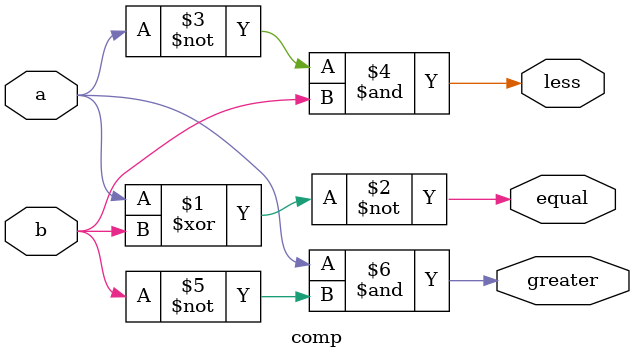
<source format=v>
module comp(input a, b , output less , output greater , output equal);
assign equal=~(a^b);
assign less=(~a) & b;
assign greater=a&(~b);
endmodule
</source>
